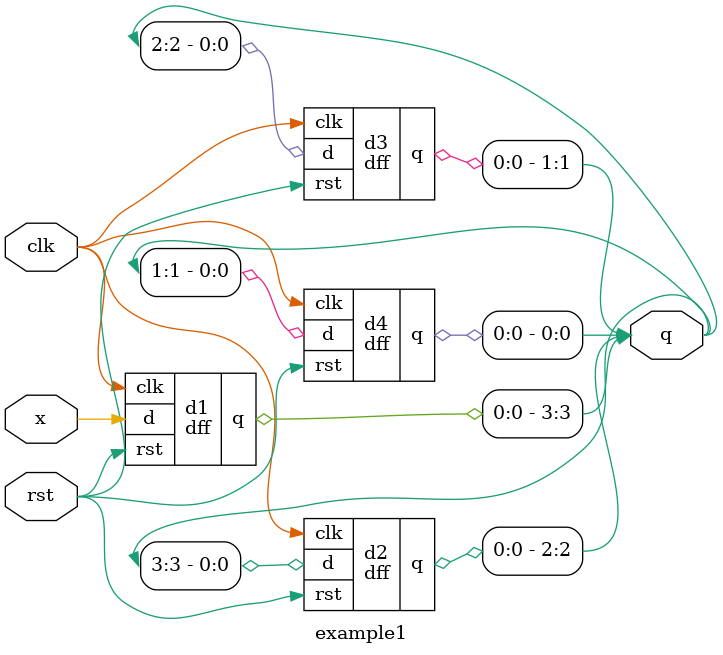
<source format=v>
module dff(input d,clk,rst,
output reg q,qb);
always @(posedge clk)
begin
if (rst)
begin q=0; qb=1;end
else
begin q=d;qb=~q;end
end
endmodule

//FIFO
module example1(x,clk,rst,q);
input x,clk,rst;
output [3:0]q;
dff d1(x,clk,rst,q[3]);
dff d2(q[3],clk,rst,q[2]);
dff d3(q[2],clk,rst,q[1]);
dff d4(q[1],clk,rst,q[0]);
endmodule

</source>
